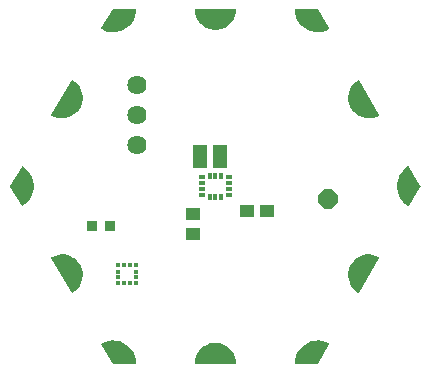
<source format=gbr>
G04 EAGLE Gerber RS-274X export*
G75*
%MOMM*%
%FSLAX34Y34*%
%LPD*%
%INSoldermask Top*%
%IPPOS*%
%AMOC8*
5,1,8,0,0,1.08239X$1,22.5*%
G01*
%ADD10R,0.901600X0.901600*%
%ADD11P,1.759533X8X22.500000*%
%ADD12R,1.201600X1.101600*%
%ADD13R,0.576600X0.351600*%
%ADD14R,0.351600X0.576600*%
%ADD15C,1.101600*%
%ADD16R,0.351600X0.376600*%
%ADD17R,0.376600X0.351600*%
%ADD18C,1.625600*%

G36*
X17029Y-1268D02*
X17029Y-1268D01*
X17058Y-1271D01*
X17125Y-1249D01*
X17195Y-1235D01*
X17219Y-1218D01*
X17247Y-1209D01*
X17300Y-1162D01*
X17359Y-1122D01*
X17375Y-1098D01*
X17397Y-1078D01*
X17428Y-1014D01*
X17466Y-955D01*
X17471Y-926D01*
X17483Y-900D01*
X17492Y-800D01*
X17499Y-758D01*
X17496Y-748D01*
X17498Y-734D01*
X17266Y2064D01*
X17256Y2098D01*
X17252Y2146D01*
X16563Y4867D01*
X16548Y4899D01*
X16536Y4945D01*
X15408Y7517D01*
X15388Y7545D01*
X15369Y7589D01*
X13833Y9940D01*
X13809Y9964D01*
X13783Y10005D01*
X11881Y12070D01*
X11853Y12091D01*
X11820Y12126D01*
X9605Y13851D01*
X9574Y13866D01*
X9536Y13896D01*
X7066Y15232D01*
X7033Y15242D01*
X6991Y15265D01*
X5805Y15673D01*
X4351Y16172D01*
X4350Y16172D01*
X4335Y16177D01*
X4301Y16182D01*
X4255Y16197D01*
X1486Y16659D01*
X1451Y16658D01*
X1404Y16666D01*
X-1404Y16666D01*
X-1438Y16659D01*
X-1486Y16659D01*
X-4255Y16197D01*
X-4288Y16185D01*
X-4335Y16177D01*
X-6991Y15265D01*
X-7021Y15248D01*
X-7066Y15232D01*
X-9536Y13896D01*
X-9562Y13874D01*
X-9605Y13851D01*
X-11820Y12126D01*
X-11843Y12100D01*
X-11881Y12070D01*
X-13783Y10005D01*
X-13801Y9975D01*
X-13833Y9940D01*
X-15369Y7589D01*
X-15382Y7557D01*
X-15408Y7517D01*
X-16536Y4945D01*
X-16543Y4912D01*
X-16546Y4905D01*
X-16552Y4896D01*
X-16553Y4890D01*
X-16563Y4867D01*
X-17252Y2146D01*
X-17254Y2111D01*
X-17266Y2064D01*
X-17498Y-734D01*
X-17494Y-763D01*
X-17499Y-792D01*
X-17483Y-861D01*
X-17474Y-931D01*
X-17460Y-957D01*
X-17453Y-985D01*
X-17411Y-1042D01*
X-17376Y-1104D01*
X-17352Y-1122D01*
X-17335Y-1145D01*
X-17274Y-1181D01*
X-17217Y-1224D01*
X-17189Y-1232D01*
X-17164Y-1247D01*
X-17066Y-1263D01*
X-17025Y-1274D01*
X-17014Y-1272D01*
X-17000Y-1274D01*
X17000Y-1274D01*
X17029Y-1268D01*
G37*
G36*
X1438Y281791D02*
X1438Y281791D01*
X1486Y281791D01*
X4255Y282253D01*
X4288Y282265D01*
X4335Y282273D01*
X6991Y283185D01*
X7021Y283202D01*
X7066Y283218D01*
X9536Y284554D01*
X9562Y284576D01*
X9605Y284599D01*
X11820Y286324D01*
X11843Y286350D01*
X11881Y286380D01*
X13783Y288445D01*
X13801Y288475D01*
X13833Y288510D01*
X15369Y290861D01*
X15382Y290893D01*
X15408Y290933D01*
X16536Y293505D01*
X16543Y293538D01*
X16563Y293583D01*
X17252Y296304D01*
X17254Y296339D01*
X17266Y296386D01*
X17498Y299184D01*
X17494Y299213D01*
X17499Y299242D01*
X17483Y299311D01*
X17474Y299381D01*
X17460Y299407D01*
X17453Y299435D01*
X17411Y299492D01*
X17376Y299554D01*
X17352Y299572D01*
X17335Y299595D01*
X17274Y299631D01*
X17217Y299674D01*
X17189Y299682D01*
X17164Y299697D01*
X17066Y299713D01*
X17025Y299724D01*
X17014Y299722D01*
X17000Y299724D01*
X-17000Y299724D01*
X-17029Y299718D01*
X-17058Y299721D01*
X-17125Y299699D01*
X-17195Y299685D01*
X-17219Y299668D01*
X-17247Y299659D01*
X-17300Y299612D01*
X-17359Y299572D01*
X-17375Y299548D01*
X-17397Y299528D01*
X-17428Y299464D01*
X-17466Y299405D01*
X-17471Y299376D01*
X-17483Y299350D01*
X-17492Y299250D01*
X-17499Y299208D01*
X-17496Y299198D01*
X-17498Y299184D01*
X-17266Y296386D01*
X-17256Y296352D01*
X-17252Y296304D01*
X-16563Y293583D01*
X-16548Y293551D01*
X-16536Y293505D01*
X-15408Y290933D01*
X-15388Y290905D01*
X-15369Y290861D01*
X-13833Y288510D01*
X-13809Y288486D01*
X-13783Y288445D01*
X-11881Y286380D01*
X-11853Y286359D01*
X-11820Y286324D01*
X-9605Y284599D01*
X-9574Y284584D01*
X-9536Y284554D01*
X-7066Y283218D01*
X-7033Y283208D01*
X-6991Y283185D01*
X-4335Y282273D01*
X-4301Y282269D01*
X-4255Y282253D01*
X-1486Y281791D01*
X-1451Y281792D01*
X-1404Y281784D01*
X1404Y281784D01*
X1438Y281791D01*
G37*
G36*
X-121393Y59035D02*
X-121393Y59035D01*
X-121322Y59032D01*
X-121295Y59042D01*
X-121266Y59044D01*
X-121176Y59086D01*
X-121136Y59101D01*
X-121128Y59109D01*
X-121115Y59115D01*
X-118812Y60714D01*
X-118788Y60740D01*
X-118748Y60767D01*
X-116739Y62724D01*
X-116720Y62753D01*
X-116685Y62786D01*
X-115026Y65047D01*
X-115011Y65078D01*
X-114982Y65117D01*
X-113718Y67620D01*
X-113709Y67654D01*
X-113687Y67697D01*
X-112851Y70374D01*
X-112848Y70408D01*
X-112833Y70454D01*
X-112450Y73233D01*
X-112452Y73267D01*
X-112446Y73315D01*
X-112525Y76118D01*
X-112533Y76152D01*
X-112534Y76200D01*
X-113073Y78952D01*
X-113087Y78984D01*
X-113096Y79032D01*
X-114081Y81657D01*
X-114096Y81682D01*
X-114101Y81702D01*
X-114109Y81713D01*
X-114116Y81732D01*
X-115520Y84160D01*
X-115543Y84186D01*
X-115567Y84228D01*
X-117351Y86391D01*
X-117378Y86413D01*
X-117409Y86450D01*
X-119525Y88291D01*
X-119555Y88308D01*
X-119591Y88340D01*
X-121982Y89807D01*
X-122014Y89818D01*
X-122055Y89844D01*
X-124654Y90897D01*
X-124688Y90904D01*
X-124733Y90922D01*
X-127470Y91533D01*
X-127505Y91534D01*
X-127552Y91545D01*
X-130352Y91697D01*
X-130386Y91692D01*
X-130434Y91695D01*
X-133222Y91385D01*
X-133255Y91374D01*
X-133303Y91369D01*
X-136001Y90604D01*
X-136031Y90588D01*
X-136078Y90575D01*
X-138613Y89376D01*
X-138637Y89359D01*
X-138664Y89349D01*
X-138716Y89300D01*
X-138773Y89257D01*
X-138787Y89232D01*
X-138809Y89212D01*
X-138837Y89147D01*
X-138873Y89086D01*
X-138876Y89057D01*
X-138888Y89030D01*
X-138889Y88959D01*
X-138898Y88888D01*
X-138890Y88860D01*
X-138890Y88831D01*
X-138856Y88738D01*
X-138844Y88697D01*
X-138837Y88688D01*
X-138832Y88675D01*
X-121832Y59275D01*
X-121813Y59253D01*
X-121800Y59227D01*
X-121747Y59179D01*
X-121700Y59126D01*
X-121674Y59114D01*
X-121652Y59094D01*
X-121585Y59071D01*
X-121521Y59041D01*
X-121492Y59039D01*
X-121464Y59030D01*
X-121393Y59035D01*
G37*
G36*
X130386Y206758D02*
X130386Y206758D01*
X130434Y206755D01*
X133222Y207065D01*
X133255Y207076D01*
X133303Y207081D01*
X136001Y207846D01*
X136031Y207862D01*
X136078Y207875D01*
X138613Y209074D01*
X138637Y209091D01*
X138664Y209101D01*
X138716Y209150D01*
X138773Y209193D01*
X138787Y209218D01*
X138809Y209238D01*
X138837Y209303D01*
X138873Y209365D01*
X138876Y209393D01*
X138888Y209420D01*
X138889Y209491D01*
X138898Y209562D01*
X138890Y209590D01*
X138890Y209619D01*
X138856Y209712D01*
X138844Y209753D01*
X138837Y209762D01*
X138832Y209775D01*
X121832Y239175D01*
X121813Y239197D01*
X121800Y239223D01*
X121747Y239271D01*
X121700Y239324D01*
X121674Y239336D01*
X121652Y239356D01*
X121585Y239379D01*
X121521Y239409D01*
X121492Y239411D01*
X121464Y239420D01*
X121393Y239415D01*
X121322Y239418D01*
X121295Y239408D01*
X121266Y239406D01*
X121176Y239364D01*
X121136Y239349D01*
X121128Y239341D01*
X121115Y239335D01*
X118812Y237736D01*
X118788Y237711D01*
X118748Y237683D01*
X116739Y235726D01*
X116720Y235697D01*
X116685Y235664D01*
X115026Y233403D01*
X115011Y233372D01*
X114982Y233333D01*
X113718Y230830D01*
X113709Y230796D01*
X113687Y230753D01*
X112851Y228076D01*
X112848Y228042D01*
X112833Y227996D01*
X112450Y225217D01*
X112452Y225183D01*
X112446Y225135D01*
X112525Y222332D01*
X112533Y222298D01*
X112534Y222250D01*
X113073Y219498D01*
X113087Y219466D01*
X113096Y219418D01*
X114081Y216793D01*
X114099Y216763D01*
X114116Y216718D01*
X115520Y214290D01*
X115543Y214264D01*
X115567Y214223D01*
X117351Y212059D01*
X117378Y212037D01*
X117409Y212000D01*
X119525Y210159D01*
X119555Y210142D01*
X119591Y210111D01*
X121982Y208643D01*
X122014Y208632D01*
X122055Y208606D01*
X124654Y207553D01*
X124688Y207546D01*
X124733Y207528D01*
X127470Y206917D01*
X127505Y206916D01*
X127552Y206905D01*
X130352Y206753D01*
X130386Y206758D01*
G37*
G36*
X121426Y59036D02*
X121426Y59036D01*
X121497Y59035D01*
X121524Y59046D01*
X121553Y59050D01*
X121615Y59084D01*
X121680Y59112D01*
X121701Y59133D01*
X121726Y59147D01*
X121789Y59223D01*
X121819Y59254D01*
X121823Y59264D01*
X121832Y59275D01*
X138832Y88675D01*
X138841Y88703D01*
X138858Y88727D01*
X138873Y88796D01*
X138895Y88864D01*
X138893Y88893D01*
X138899Y88921D01*
X138886Y88991D01*
X138880Y89062D01*
X138867Y89088D01*
X138861Y89116D01*
X138821Y89175D01*
X138789Y89238D01*
X138766Y89257D01*
X138750Y89281D01*
X138668Y89338D01*
X138635Y89365D01*
X138625Y89368D01*
X138613Y89376D01*
X136078Y90575D01*
X136044Y90583D01*
X136001Y90604D01*
X133303Y91369D01*
X133268Y91371D01*
X133222Y91385D01*
X130434Y91695D01*
X130400Y91692D01*
X130352Y91697D01*
X127552Y91545D01*
X127518Y91536D01*
X127470Y91533D01*
X124733Y90922D01*
X124701Y90908D01*
X124654Y90897D01*
X122055Y89844D01*
X122026Y89825D01*
X121982Y89807D01*
X119591Y88340D01*
X119566Y88316D01*
X119525Y88291D01*
X117409Y86450D01*
X117388Y86423D01*
X117351Y86391D01*
X115567Y84228D01*
X115551Y84197D01*
X115520Y84160D01*
X114116Y81732D01*
X114105Y81699D01*
X114098Y81686D01*
X114088Y81672D01*
X114088Y81669D01*
X114081Y81657D01*
X113096Y79032D01*
X113090Y78997D01*
X113073Y78952D01*
X112534Y76200D01*
X112534Y76166D01*
X112525Y76118D01*
X112446Y73315D01*
X112452Y73281D01*
X112450Y73233D01*
X112833Y70454D01*
X112845Y70422D01*
X112851Y70374D01*
X113687Y67697D01*
X113704Y67666D01*
X113718Y67620D01*
X114982Y65117D01*
X115004Y65090D01*
X115026Y65047D01*
X116685Y62786D01*
X116711Y62763D01*
X116739Y62724D01*
X118748Y60767D01*
X118777Y60748D01*
X118812Y60714D01*
X121115Y59115D01*
X121142Y59103D01*
X121165Y59085D01*
X121233Y59064D01*
X121298Y59036D01*
X121327Y59036D01*
X121355Y59028D01*
X121426Y59036D01*
G37*
G36*
X-127552Y206905D02*
X-127552Y206905D01*
X-127518Y206914D01*
X-127470Y206917D01*
X-124733Y207528D01*
X-124701Y207542D01*
X-124654Y207553D01*
X-122055Y208606D01*
X-122026Y208625D01*
X-121982Y208643D01*
X-119591Y210111D01*
X-119566Y210134D01*
X-119525Y210159D01*
X-117409Y212000D01*
X-117388Y212027D01*
X-117351Y212059D01*
X-115567Y214223D01*
X-115551Y214253D01*
X-115520Y214290D01*
X-114116Y216718D01*
X-114105Y216751D01*
X-114081Y216793D01*
X-113096Y219418D01*
X-113090Y219453D01*
X-113073Y219498D01*
X-112534Y222250D01*
X-112534Y222285D01*
X-112525Y222332D01*
X-112446Y225135D01*
X-112452Y225169D01*
X-112450Y225217D01*
X-112833Y227996D01*
X-112845Y228028D01*
X-112851Y228076D01*
X-113687Y230753D01*
X-113704Y230784D01*
X-113718Y230830D01*
X-114982Y233333D01*
X-115004Y233360D01*
X-115026Y233403D01*
X-116685Y235664D01*
X-116711Y235687D01*
X-116739Y235726D01*
X-118748Y237683D01*
X-118777Y237702D01*
X-118812Y237736D01*
X-121115Y239335D01*
X-121142Y239347D01*
X-121165Y239365D01*
X-121233Y239386D01*
X-121298Y239414D01*
X-121327Y239414D01*
X-121355Y239422D01*
X-121426Y239414D01*
X-121497Y239415D01*
X-121524Y239404D01*
X-121553Y239400D01*
X-121615Y239366D01*
X-121680Y239338D01*
X-121701Y239317D01*
X-121726Y239303D01*
X-121789Y239227D01*
X-121819Y239196D01*
X-121823Y239186D01*
X-121832Y239175D01*
X-138832Y209775D01*
X-138841Y209747D01*
X-138858Y209723D01*
X-138873Y209654D01*
X-138895Y209586D01*
X-138893Y209557D01*
X-138899Y209529D01*
X-138886Y209459D01*
X-138880Y209388D01*
X-138867Y209362D01*
X-138861Y209334D01*
X-138821Y209275D01*
X-138789Y209212D01*
X-138766Y209193D01*
X-138750Y209169D01*
X-138668Y209112D01*
X-138635Y209085D01*
X-138625Y209082D01*
X-138613Y209074D01*
X-136078Y207875D01*
X-136044Y207867D01*
X-136001Y207846D01*
X-133303Y207081D01*
X-133268Y207079D01*
X-133222Y207065D01*
X-130434Y206755D01*
X-130400Y206758D01*
X-130352Y206753D01*
X-127552Y206905D01*
G37*
G36*
X163727Y132236D02*
X163727Y132236D01*
X163798Y132236D01*
X163825Y132247D01*
X163854Y132250D01*
X163916Y132285D01*
X163981Y132313D01*
X164002Y132333D01*
X164027Y132348D01*
X164090Y132425D01*
X164120Y132455D01*
X164124Y132465D01*
X164133Y132476D01*
X173633Y148976D01*
X173643Y149008D01*
X173652Y149021D01*
X173656Y149045D01*
X173657Y149049D01*
X173688Y149119D01*
X173688Y149143D01*
X173696Y149165D01*
X173690Y149241D01*
X173691Y149318D01*
X173681Y149342D01*
X173680Y149363D01*
X173659Y149402D01*
X173633Y149474D01*
X164133Y165974D01*
X164114Y165996D01*
X164101Y166022D01*
X164048Y166070D01*
X164001Y166123D01*
X163975Y166136D01*
X163954Y166155D01*
X163886Y166178D01*
X163822Y166209D01*
X163793Y166211D01*
X163766Y166220D01*
X163694Y166215D01*
X163623Y166218D01*
X163596Y166208D01*
X163567Y166206D01*
X163477Y166164D01*
X163437Y166149D01*
X163429Y166142D01*
X163416Y166136D01*
X160893Y164394D01*
X160869Y164370D01*
X160831Y164343D01*
X158619Y162219D01*
X158600Y162191D01*
X158566Y162159D01*
X156724Y159708D01*
X156710Y159677D01*
X156681Y159640D01*
X155256Y156925D01*
X155247Y156894D01*
X155231Y156869D01*
X155230Y156861D01*
X155225Y156851D01*
X154254Y153943D01*
X154250Y153909D01*
X154235Y153865D01*
X153743Y150838D01*
X153744Y150804D01*
X153736Y150758D01*
X153736Y147692D01*
X153737Y147688D01*
X153737Y147686D01*
X153743Y147659D01*
X153743Y147612D01*
X154235Y144585D01*
X154247Y144554D01*
X154254Y144507D01*
X155225Y141599D01*
X155242Y141570D01*
X155256Y141525D01*
X156681Y138810D01*
X156703Y138784D01*
X156724Y138742D01*
X158566Y136291D01*
X158591Y136268D01*
X158619Y136231D01*
X160831Y134107D01*
X160859Y134089D01*
X160893Y134056D01*
X163416Y132314D01*
X163443Y132303D01*
X163465Y132284D01*
X163534Y132264D01*
X163599Y132236D01*
X163628Y132236D01*
X163656Y132228D01*
X163727Y132236D01*
G37*
G36*
X-163694Y132235D02*
X-163694Y132235D01*
X-163623Y132232D01*
X-163596Y132242D01*
X-163567Y132244D01*
X-163477Y132286D01*
X-163437Y132301D01*
X-163429Y132308D01*
X-163416Y132314D01*
X-160893Y134056D01*
X-160869Y134080D01*
X-160831Y134107D01*
X-158619Y136231D01*
X-158600Y136259D01*
X-158566Y136291D01*
X-156724Y138742D01*
X-156710Y138773D01*
X-156681Y138810D01*
X-155256Y141525D01*
X-155247Y141558D01*
X-155225Y141599D01*
X-154254Y144507D01*
X-154250Y144541D01*
X-154235Y144585D01*
X-153743Y147612D01*
X-153744Y147646D01*
X-153736Y147692D01*
X-153736Y150758D01*
X-153743Y150791D01*
X-153743Y150838D01*
X-154235Y153865D01*
X-154247Y153896D01*
X-154254Y153943D01*
X-155225Y156851D01*
X-155238Y156874D01*
X-155244Y156899D01*
X-155251Y156908D01*
X-155256Y156925D01*
X-156681Y159640D01*
X-156703Y159666D01*
X-156724Y159708D01*
X-158566Y162159D01*
X-158591Y162182D01*
X-158619Y162219D01*
X-160831Y164343D01*
X-160859Y164361D01*
X-160893Y164394D01*
X-163416Y166136D01*
X-163443Y166147D01*
X-163465Y166166D01*
X-163534Y166186D01*
X-163599Y166214D01*
X-163628Y166214D01*
X-163656Y166222D01*
X-163727Y166214D01*
X-163798Y166215D01*
X-163825Y166203D01*
X-163854Y166200D01*
X-163916Y166165D01*
X-163981Y166137D01*
X-164002Y166117D01*
X-164027Y166102D01*
X-164090Y166025D01*
X-164120Y165995D01*
X-164124Y165985D01*
X-164133Y165974D01*
X-173633Y149474D01*
X-173657Y149401D01*
X-173688Y149331D01*
X-173688Y149307D01*
X-173696Y149285D01*
X-173690Y149209D01*
X-173691Y149132D01*
X-173681Y149108D01*
X-173680Y149087D01*
X-173659Y149048D01*
X-173640Y148996D01*
X-173639Y148990D01*
X-173637Y148988D01*
X-173633Y148976D01*
X-164133Y132476D01*
X-164114Y132454D01*
X-164101Y132428D01*
X-164048Y132380D01*
X-164001Y132327D01*
X-163975Y132314D01*
X-163954Y132295D01*
X-163886Y132272D01*
X-163822Y132241D01*
X-163793Y132240D01*
X-163766Y132230D01*
X-163694Y132235D01*
G37*
G36*
X86676Y-1259D02*
X86676Y-1259D01*
X86754Y-1250D01*
X86773Y-1239D01*
X86795Y-1235D01*
X86859Y-1191D01*
X86927Y-1152D01*
X86943Y-1133D01*
X86959Y-1122D01*
X86983Y-1084D01*
X87033Y-1024D01*
X96533Y15476D01*
X96542Y15503D01*
X96558Y15527D01*
X96573Y15597D01*
X96596Y15665D01*
X96593Y15693D01*
X96599Y15721D01*
X96586Y15792D01*
X96580Y15863D01*
X96567Y15888D01*
X96561Y15916D01*
X96521Y15976D01*
X96488Y16039D01*
X96466Y16057D01*
X96450Y16081D01*
X96367Y16139D01*
X96335Y16166D01*
X96324Y16169D01*
X96314Y16176D01*
X93548Y17485D01*
X93515Y17493D01*
X93472Y17513D01*
X90532Y18361D01*
X90498Y18364D01*
X90454Y18377D01*
X87416Y18742D01*
X87382Y18739D01*
X87335Y18745D01*
X84278Y18618D01*
X84245Y18610D01*
X84198Y18609D01*
X81201Y17993D01*
X81170Y17980D01*
X81124Y17971D01*
X78264Y16882D01*
X78236Y16864D01*
X78192Y16848D01*
X75544Y15314D01*
X75518Y15292D01*
X75478Y15269D01*
X73110Y13331D01*
X73088Y13304D01*
X73052Y13275D01*
X71025Y10982D01*
X71009Y10953D01*
X70977Y10918D01*
X69345Y8330D01*
X69333Y8298D01*
X69308Y8259D01*
X68112Y5442D01*
X68105Y5409D01*
X68102Y5402D01*
X68098Y5396D01*
X68097Y5390D01*
X68086Y5366D01*
X67358Y2394D01*
X67356Y2360D01*
X67345Y2315D01*
X67102Y-735D01*
X67106Y-764D01*
X67101Y-792D01*
X67118Y-861D01*
X67126Y-933D01*
X67141Y-957D01*
X67147Y-985D01*
X67190Y-1043D01*
X67226Y-1105D01*
X67248Y-1122D01*
X67265Y-1145D01*
X67327Y-1182D01*
X67384Y-1225D01*
X67412Y-1232D01*
X67436Y-1247D01*
X67536Y-1263D01*
X67577Y-1274D01*
X67587Y-1272D01*
X67600Y-1274D01*
X86600Y-1274D01*
X86676Y-1259D01*
G37*
G36*
X-67572Y-1269D02*
X-67572Y-1269D01*
X-67544Y-1271D01*
X-67476Y-1249D01*
X-67405Y-1235D01*
X-67382Y-1219D01*
X-67355Y-1210D01*
X-67300Y-1163D01*
X-67241Y-1122D01*
X-67226Y-1098D01*
X-67205Y-1080D01*
X-67173Y-1015D01*
X-67134Y-955D01*
X-67129Y-927D01*
X-67117Y-901D01*
X-67108Y-799D01*
X-67101Y-758D01*
X-67103Y-748D01*
X-67102Y-735D01*
X-67345Y2315D01*
X-67354Y2347D01*
X-67358Y2394D01*
X-68086Y5366D01*
X-68101Y5397D01*
X-68112Y5442D01*
X-69308Y8259D01*
X-69327Y8287D01*
X-69345Y8330D01*
X-70977Y10918D01*
X-71001Y10942D01*
X-71025Y10982D01*
X-73052Y13275D01*
X-73079Y13295D01*
X-73110Y13331D01*
X-75478Y15269D01*
X-75508Y15285D01*
X-75544Y15314D01*
X-78192Y16848D01*
X-78224Y16858D01*
X-78264Y16882D01*
X-81124Y17971D01*
X-81157Y17976D01*
X-81201Y17993D01*
X-84198Y18609D01*
X-84232Y18609D01*
X-84278Y18618D01*
X-87335Y18745D01*
X-87369Y18740D01*
X-87416Y18742D01*
X-90454Y18377D01*
X-90486Y18366D01*
X-90532Y18361D01*
X-93472Y17513D01*
X-93502Y17497D01*
X-93548Y17485D01*
X-96314Y16176D01*
X-96336Y16159D01*
X-96363Y16149D01*
X-96415Y16100D01*
X-96473Y16057D01*
X-96487Y16032D01*
X-96508Y16013D01*
X-96537Y15947D01*
X-96573Y15885D01*
X-96576Y15857D01*
X-96588Y15831D01*
X-96589Y15759D01*
X-96598Y15688D01*
X-96590Y15661D01*
X-96591Y15632D01*
X-96555Y15537D01*
X-96544Y15497D01*
X-96537Y15488D01*
X-96533Y15476D01*
X-87033Y-1024D01*
X-86981Y-1082D01*
X-86935Y-1145D01*
X-86916Y-1156D01*
X-86901Y-1173D01*
X-86831Y-1207D01*
X-86764Y-1247D01*
X-86740Y-1251D01*
X-86722Y-1259D01*
X-86677Y-1261D01*
X-86600Y-1274D01*
X-67600Y-1274D01*
X-67572Y-1269D01*
G37*
G36*
X87369Y279710D02*
X87369Y279710D01*
X87416Y279708D01*
X90454Y280073D01*
X90486Y280084D01*
X90532Y280089D01*
X93472Y280937D01*
X93502Y280953D01*
X93548Y280965D01*
X96314Y282274D01*
X96336Y282291D01*
X96363Y282301D01*
X96415Y282350D01*
X96473Y282393D01*
X96487Y282418D01*
X96508Y282437D01*
X96537Y282503D01*
X96573Y282565D01*
X96576Y282593D01*
X96588Y282619D01*
X96589Y282691D01*
X96598Y282762D01*
X96590Y282789D01*
X96591Y282818D01*
X96555Y282913D01*
X96544Y282953D01*
X96537Y282962D01*
X96533Y282974D01*
X87033Y299474D01*
X86981Y299533D01*
X86935Y299595D01*
X86916Y299606D01*
X86901Y299623D01*
X86831Y299657D01*
X86764Y299697D01*
X86740Y299701D01*
X86722Y299709D01*
X86677Y299711D01*
X86600Y299724D01*
X67600Y299724D01*
X67572Y299719D01*
X67544Y299721D01*
X67476Y299699D01*
X67405Y299685D01*
X67382Y299669D01*
X67355Y299660D01*
X67300Y299613D01*
X67241Y299572D01*
X67226Y299548D01*
X67205Y299530D01*
X67173Y299465D01*
X67134Y299405D01*
X67129Y299377D01*
X67117Y299351D01*
X67108Y299250D01*
X67101Y299208D01*
X67103Y299198D01*
X67102Y299185D01*
X67345Y296135D01*
X67354Y296103D01*
X67358Y296056D01*
X68086Y293084D01*
X68101Y293053D01*
X68112Y293008D01*
X69308Y290191D01*
X69327Y290163D01*
X69345Y290120D01*
X70977Y287532D01*
X71001Y287508D01*
X71025Y287468D01*
X73052Y285175D01*
X73079Y285155D01*
X73110Y285119D01*
X75478Y283181D01*
X75508Y283165D01*
X75544Y283136D01*
X78192Y281603D01*
X78224Y281592D01*
X78264Y281568D01*
X81124Y280480D01*
X81157Y280474D01*
X81201Y280457D01*
X84198Y279841D01*
X84232Y279841D01*
X84278Y279832D01*
X87335Y279705D01*
X87369Y279710D01*
G37*
G36*
X-84278Y279832D02*
X-84278Y279832D01*
X-84245Y279840D01*
X-84198Y279841D01*
X-81201Y280457D01*
X-81170Y280470D01*
X-81124Y280480D01*
X-78264Y281568D01*
X-78236Y281586D01*
X-78192Y281603D01*
X-75544Y283136D01*
X-75518Y283158D01*
X-75478Y283181D01*
X-73110Y285119D01*
X-73088Y285146D01*
X-73052Y285175D01*
X-71025Y287468D01*
X-71009Y287497D01*
X-70977Y287532D01*
X-69345Y290120D01*
X-69333Y290152D01*
X-69308Y290191D01*
X-68112Y293008D01*
X-68105Y293041D01*
X-68086Y293084D01*
X-67358Y296056D01*
X-67356Y296090D01*
X-67345Y296135D01*
X-67102Y299185D01*
X-67106Y299214D01*
X-67101Y299242D01*
X-67118Y299311D01*
X-67126Y299383D01*
X-67141Y299407D01*
X-67147Y299435D01*
X-67190Y299493D01*
X-67226Y299555D01*
X-67248Y299572D01*
X-67265Y299595D01*
X-67327Y299632D01*
X-67384Y299675D01*
X-67412Y299682D01*
X-67436Y299697D01*
X-67536Y299713D01*
X-67577Y299724D01*
X-67587Y299722D01*
X-67600Y299724D01*
X-86600Y299724D01*
X-86676Y299709D01*
X-86754Y299700D01*
X-86773Y299689D01*
X-86795Y299685D01*
X-86859Y299641D01*
X-86927Y299602D01*
X-86943Y299583D01*
X-86959Y299572D01*
X-86983Y299534D01*
X-87033Y299474D01*
X-96533Y282974D01*
X-96542Y282947D01*
X-96558Y282923D01*
X-96573Y282853D01*
X-96596Y282785D01*
X-96593Y282757D01*
X-96599Y282729D01*
X-96586Y282659D01*
X-96580Y282587D01*
X-96567Y282562D01*
X-96561Y282534D01*
X-96521Y282474D01*
X-96488Y282411D01*
X-96466Y282393D01*
X-96450Y282369D01*
X-96367Y282311D01*
X-96335Y282284D01*
X-96324Y282281D01*
X-96314Y282274D01*
X-93548Y280965D01*
X-93515Y280957D01*
X-93472Y280937D01*
X-90532Y280089D01*
X-90498Y280086D01*
X-90454Y280073D01*
X-87416Y279708D01*
X-87382Y279711D01*
X-87335Y279705D01*
X-84278Y279832D01*
G37*
D10*
X-89338Y115888D03*
X-104338Y115888D03*
D11*
X95250Y138113D03*
D12*
X26425Y128588D03*
X43425Y128588D03*
D13*
X11625Y141725D03*
X11625Y146725D03*
X11625Y151725D03*
X11625Y156725D03*
D14*
X5000Y158350D03*
X0Y158350D03*
X-5000Y158350D03*
D13*
X-11625Y156725D03*
X-11625Y151725D03*
X-11625Y146725D03*
X-11625Y141725D03*
D14*
X-5000Y140100D03*
X0Y140100D03*
X5000Y140100D03*
D15*
X82600Y292325D03*
X165200Y149225D03*
X82600Y6125D03*
X-82600Y6125D03*
X-165200Y149225D03*
X-82600Y292325D03*
X123900Y220725D03*
X123900Y77725D03*
X0Y6125D03*
X-123900Y77725D03*
X-123900Y220725D03*
X0Y292325D03*
D12*
X-19050Y108975D03*
X-19050Y125975D03*
X-13263Y169863D03*
X3738Y169863D03*
X-13263Y179388D03*
X3738Y179388D03*
D16*
X-67113Y82233D03*
X-72113Y82233D03*
X-77113Y82233D03*
X-82113Y82233D03*
X-82113Y66993D03*
X-77113Y66993D03*
X-72113Y66993D03*
X-67113Y66993D03*
D17*
X-82233Y77113D03*
X-82233Y72113D03*
X-66993Y72113D03*
X-66993Y77113D03*
D18*
X-66675Y234950D03*
X-66675Y209550D03*
X-66675Y184150D03*
M02*

</source>
